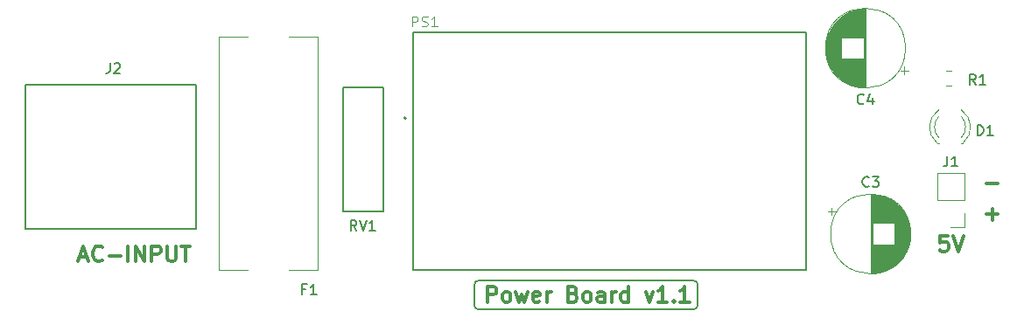
<source format=gbr>
G04 #@! TF.GenerationSoftware,KiCad,Pcbnew,(5.0.1)-3*
G04 #@! TF.CreationDate,2021-03-31T10:43:35+05:45*
G04 #@! TF.ProjectId,Power,506F7765722E6B696361645F70636200,rev?*
G04 #@! TF.SameCoordinates,Original*
G04 #@! TF.FileFunction,Legend,Top*
G04 #@! TF.FilePolarity,Positive*
%FSLAX46Y46*%
G04 Gerber Fmt 4.6, Leading zero omitted, Abs format (unit mm)*
G04 Created by KiCad (PCBNEW (5.0.1)-3) date 3/31/2021 10:43:35 AM*
%MOMM*%
%LPD*%
G01*
G04 APERTURE LIST*
%ADD10C,0.300000*%
%ADD11C,0.200000*%
%ADD12C,0.120000*%
%ADD13C,0.127000*%
%ADD14C,0.150000*%
%ADD15C,0.015000*%
G04 APERTURE END LIST*
D10*
X235714285Y-63178571D02*
X235000000Y-63178571D01*
X234928571Y-63892857D01*
X235000000Y-63821428D01*
X235142857Y-63750000D01*
X235500000Y-63750000D01*
X235642857Y-63821428D01*
X235714285Y-63892857D01*
X235785714Y-64035714D01*
X235785714Y-64392857D01*
X235714285Y-64535714D01*
X235642857Y-64607142D01*
X235500000Y-64678571D01*
X235142857Y-64678571D01*
X235000000Y-64607142D01*
X234928571Y-64535714D01*
X236214285Y-63178571D02*
X236714285Y-64678571D01*
X237214285Y-63178571D01*
X151714285Y-65250000D02*
X152428571Y-65250000D01*
X151571428Y-65678571D02*
X152071428Y-64178571D01*
X152571428Y-65678571D01*
X153928571Y-65535714D02*
X153857142Y-65607142D01*
X153642857Y-65678571D01*
X153500000Y-65678571D01*
X153285714Y-65607142D01*
X153142857Y-65464285D01*
X153071428Y-65321428D01*
X153000000Y-65035714D01*
X153000000Y-64821428D01*
X153071428Y-64535714D01*
X153142857Y-64392857D01*
X153285714Y-64250000D01*
X153500000Y-64178571D01*
X153642857Y-64178571D01*
X153857142Y-64250000D01*
X153928571Y-64321428D01*
X154571428Y-65107142D02*
X155714285Y-65107142D01*
X156428571Y-65678571D02*
X156428571Y-64178571D01*
X157142857Y-65678571D02*
X157142857Y-64178571D01*
X158000000Y-65678571D01*
X158000000Y-64178571D01*
X158714285Y-65678571D02*
X158714285Y-64178571D01*
X159285714Y-64178571D01*
X159428571Y-64250000D01*
X159500000Y-64321428D01*
X159571428Y-64464285D01*
X159571428Y-64678571D01*
X159500000Y-64821428D01*
X159428571Y-64892857D01*
X159285714Y-64964285D01*
X158714285Y-64964285D01*
X160214285Y-64178571D02*
X160214285Y-65392857D01*
X160285714Y-65535714D01*
X160357142Y-65607142D01*
X160500000Y-65678571D01*
X160785714Y-65678571D01*
X160928571Y-65607142D01*
X161000000Y-65535714D01*
X161071428Y-65392857D01*
X161071428Y-64178571D01*
X161571428Y-64178571D02*
X162428571Y-64178571D01*
X162000000Y-65678571D02*
X162000000Y-64178571D01*
X239428571Y-58107142D02*
X240571428Y-58107142D01*
D11*
X190320000Y-70320000D02*
G75*
G02X189920000Y-69920000I0J400000D01*
G01*
X189920000Y-67920000D02*
G75*
G02X190320000Y-67520000I400000J0D01*
G01*
X211120000Y-67520000D02*
G75*
G02X211520000Y-67920000I0J-400000D01*
G01*
X211520000Y-69920000D02*
G75*
G02X211120000Y-70320000I-400000J0D01*
G01*
X190320000Y-70320000D02*
X211120000Y-70320000D01*
X211520000Y-67920000D02*
X211520000Y-69920000D01*
X190320000Y-67520000D02*
X211120000Y-67520000D01*
X189920000Y-69920000D02*
X189920000Y-67920000D01*
D10*
X191205714Y-69598571D02*
X191205714Y-68098571D01*
X191777142Y-68098571D01*
X191920000Y-68170000D01*
X191991428Y-68241428D01*
X192062857Y-68384285D01*
X192062857Y-68598571D01*
X191991428Y-68741428D01*
X191920000Y-68812857D01*
X191777142Y-68884285D01*
X191205714Y-68884285D01*
X192920000Y-69598571D02*
X192777142Y-69527142D01*
X192705714Y-69455714D01*
X192634285Y-69312857D01*
X192634285Y-68884285D01*
X192705714Y-68741428D01*
X192777142Y-68670000D01*
X192920000Y-68598571D01*
X193134285Y-68598571D01*
X193277142Y-68670000D01*
X193348571Y-68741428D01*
X193420000Y-68884285D01*
X193420000Y-69312857D01*
X193348571Y-69455714D01*
X193277142Y-69527142D01*
X193134285Y-69598571D01*
X192920000Y-69598571D01*
X193920000Y-68598571D02*
X194205714Y-69598571D01*
X194491428Y-68884285D01*
X194777142Y-69598571D01*
X195062857Y-68598571D01*
X196205714Y-69527142D02*
X196062857Y-69598571D01*
X195777142Y-69598571D01*
X195634285Y-69527142D01*
X195562857Y-69384285D01*
X195562857Y-68812857D01*
X195634285Y-68670000D01*
X195777142Y-68598571D01*
X196062857Y-68598571D01*
X196205714Y-68670000D01*
X196277142Y-68812857D01*
X196277142Y-68955714D01*
X195562857Y-69098571D01*
X196920000Y-69598571D02*
X196920000Y-68598571D01*
X196920000Y-68884285D02*
X196991428Y-68741428D01*
X197062857Y-68670000D01*
X197205714Y-68598571D01*
X197348571Y-68598571D01*
X199491428Y-68812857D02*
X199705714Y-68884285D01*
X199777142Y-68955714D01*
X199848571Y-69098571D01*
X199848571Y-69312857D01*
X199777142Y-69455714D01*
X199705714Y-69527142D01*
X199562857Y-69598571D01*
X198991428Y-69598571D01*
X198991428Y-68098571D01*
X199491428Y-68098571D01*
X199634285Y-68170000D01*
X199705714Y-68241428D01*
X199777142Y-68384285D01*
X199777142Y-68527142D01*
X199705714Y-68670000D01*
X199634285Y-68741428D01*
X199491428Y-68812857D01*
X198991428Y-68812857D01*
X200705714Y-69598571D02*
X200562857Y-69527142D01*
X200491428Y-69455714D01*
X200420000Y-69312857D01*
X200420000Y-68884285D01*
X200491428Y-68741428D01*
X200562857Y-68670000D01*
X200705714Y-68598571D01*
X200920000Y-68598571D01*
X201062857Y-68670000D01*
X201134285Y-68741428D01*
X201205714Y-68884285D01*
X201205714Y-69312857D01*
X201134285Y-69455714D01*
X201062857Y-69527142D01*
X200920000Y-69598571D01*
X200705714Y-69598571D01*
X202491428Y-69598571D02*
X202491428Y-68812857D01*
X202420000Y-68670000D01*
X202277142Y-68598571D01*
X201991428Y-68598571D01*
X201848571Y-68670000D01*
X202491428Y-69527142D02*
X202348571Y-69598571D01*
X201991428Y-69598571D01*
X201848571Y-69527142D01*
X201777142Y-69384285D01*
X201777142Y-69241428D01*
X201848571Y-69098571D01*
X201991428Y-69027142D01*
X202348571Y-69027142D01*
X202491428Y-68955714D01*
X203205714Y-69598571D02*
X203205714Y-68598571D01*
X203205714Y-68884285D02*
X203277142Y-68741428D01*
X203348571Y-68670000D01*
X203491428Y-68598571D01*
X203634285Y-68598571D01*
X204777142Y-69598571D02*
X204777142Y-68098571D01*
X204777142Y-69527142D02*
X204634285Y-69598571D01*
X204348571Y-69598571D01*
X204205714Y-69527142D01*
X204134285Y-69455714D01*
X204062857Y-69312857D01*
X204062857Y-68884285D01*
X204134285Y-68741428D01*
X204205714Y-68670000D01*
X204348571Y-68598571D01*
X204634285Y-68598571D01*
X204777142Y-68670000D01*
X206491428Y-68598571D02*
X206848571Y-69598571D01*
X207205714Y-68598571D01*
X208562857Y-69598571D02*
X207705714Y-69598571D01*
X208134285Y-69598571D02*
X208134285Y-68098571D01*
X207991428Y-68312857D01*
X207848571Y-68455714D01*
X207705714Y-68527142D01*
X209205714Y-69455714D02*
X209277142Y-69527142D01*
X209205714Y-69598571D01*
X209134285Y-69527142D01*
X209205714Y-69455714D01*
X209205714Y-69598571D01*
X210705714Y-69598571D02*
X209848571Y-69598571D01*
X210277142Y-69598571D02*
X210277142Y-68098571D01*
X210134285Y-68312857D01*
X209991428Y-68455714D01*
X209848571Y-68527142D01*
X239428571Y-61107142D02*
X240571428Y-61107142D01*
X240000000Y-61678571D02*
X240000000Y-60535714D01*
D12*
G04 #@! TO.C,F1*
X174800000Y-43900000D02*
X172000000Y-43900000D01*
X168000000Y-43900000D02*
X165200000Y-43900000D01*
X168000000Y-66500000D02*
X165200000Y-66500000D01*
X165200000Y-66500000D02*
X165200000Y-43900000D01*
X174800000Y-66500000D02*
X174800000Y-43900000D01*
X174800000Y-66500000D02*
X172000000Y-66500000D01*
G04 #@! TO.C,R1*
X235581422Y-47220000D02*
X236098578Y-47220000D01*
X235581422Y-48640000D02*
X236098578Y-48640000D01*
G04 #@! TO.C,J1*
X237330000Y-57130000D02*
X234670000Y-57130000D01*
X237330000Y-59730000D02*
X237330000Y-57130000D01*
X234670000Y-59730000D02*
X234670000Y-57130000D01*
X237330000Y-59730000D02*
X234670000Y-59730000D01*
X237330000Y-61000000D02*
X237330000Y-62330000D01*
X237330000Y-62330000D02*
X236000000Y-62330000D01*
G04 #@! TO.C,D1*
X234851392Y-50977665D02*
G75*
G03X234694484Y-54210000I1078608J-1672335D01*
G01*
X237008608Y-50977665D02*
G75*
G02X237165516Y-54210000I-1078608J-1672335D01*
G01*
X234850163Y-51608870D02*
G75*
G03X234850000Y-53690961I1079837J-1041130D01*
G01*
X237009837Y-51608870D02*
G75*
G02X237010000Y-53690961I-1079837J-1041130D01*
G01*
X234694000Y-54210000D02*
X234850000Y-54210000D01*
X237010000Y-54210000D02*
X237166000Y-54210000D01*
D13*
G04 #@! TO.C,PS1*
X184000000Y-43500000D02*
X184000000Y-66500000D01*
X184000000Y-66500000D02*
X222000000Y-66500000D01*
X222000000Y-66500000D02*
X222000000Y-43500000D01*
X222000000Y-43500000D02*
X184000000Y-43500000D01*
D11*
X183300000Y-51800000D02*
G75*
G03X183300000Y-51800000I-100000J0D01*
G01*
D14*
G04 #@! TO.C,J2*
X146460000Y-62540000D02*
X146460000Y-48570000D01*
X146460000Y-48570000D02*
X162970000Y-48570000D01*
X162970000Y-48570000D02*
X162970000Y-62540000D01*
X162970000Y-62540000D02*
X146460000Y-62540000D01*
G04 #@! TO.C,RV1*
X181130000Y-60840000D02*
X181130000Y-48840000D01*
X177230000Y-60840000D02*
X177230000Y-48840000D01*
X177230000Y-48840000D02*
X181130000Y-48840000D01*
X177230000Y-60840000D02*
X181130000Y-60840000D01*
D12*
G04 #@! TO.C,C3*
X224482789Y-60450000D02*
X224482789Y-61200000D01*
X224107789Y-60825000D02*
X224857789Y-60825000D01*
X232091000Y-62559000D02*
X232091000Y-63441000D01*
X232051000Y-62307000D02*
X232051000Y-63693000D01*
X232011000Y-62123000D02*
X232011000Y-63877000D01*
X231971000Y-61972000D02*
X231971000Y-64028000D01*
X231931000Y-61842000D02*
X231931000Y-64158000D01*
X231891000Y-61725000D02*
X231891000Y-64275000D01*
X231851000Y-61619000D02*
X231851000Y-64381000D01*
X231811000Y-61522000D02*
X231811000Y-64478000D01*
X231771000Y-61431000D02*
X231771000Y-64569000D01*
X231731000Y-61346000D02*
X231731000Y-64654000D01*
X231691000Y-61267000D02*
X231691000Y-64733000D01*
X231651000Y-61191000D02*
X231651000Y-64809000D01*
X231611000Y-61119000D02*
X231611000Y-64881000D01*
X231571000Y-61051000D02*
X231571000Y-64949000D01*
X231531000Y-60986000D02*
X231531000Y-65014000D01*
X231491000Y-60923000D02*
X231491000Y-65077000D01*
X231451000Y-60863000D02*
X231451000Y-65137000D01*
X231411000Y-60805000D02*
X231411000Y-65195000D01*
X231371000Y-60750000D02*
X231371000Y-65250000D01*
X231331000Y-60696000D02*
X231331000Y-65304000D01*
X231291000Y-60645000D02*
X231291000Y-65355000D01*
X231251000Y-60595000D02*
X231251000Y-65405000D01*
X231211000Y-60546000D02*
X231211000Y-65454000D01*
X231171000Y-60500000D02*
X231171000Y-65500000D01*
X231131000Y-60454000D02*
X231131000Y-65546000D01*
X231091000Y-60411000D02*
X231091000Y-65589000D01*
X231051000Y-60368000D02*
X231051000Y-65632000D01*
X231011000Y-60327000D02*
X231011000Y-65673000D01*
X230971000Y-60287000D02*
X230971000Y-65713000D01*
X230931000Y-60248000D02*
X230931000Y-65752000D01*
X230891000Y-60210000D02*
X230891000Y-65790000D01*
X230851000Y-60173000D02*
X230851000Y-65827000D01*
X230811000Y-60137000D02*
X230811000Y-65863000D01*
X230771000Y-60102000D02*
X230771000Y-65898000D01*
X230731000Y-60069000D02*
X230731000Y-65931000D01*
X230691000Y-60036000D02*
X230691000Y-65964000D01*
X230651000Y-60004000D02*
X230651000Y-65996000D01*
X230611000Y-59972000D02*
X230611000Y-66028000D01*
X230571000Y-59942000D02*
X230571000Y-66058000D01*
X230531000Y-64040000D02*
X230531000Y-66088000D01*
X230531000Y-59912000D02*
X230531000Y-61960000D01*
X230491000Y-64040000D02*
X230491000Y-66116000D01*
X230491000Y-59884000D02*
X230491000Y-61960000D01*
X230451000Y-64040000D02*
X230451000Y-66144000D01*
X230451000Y-59856000D02*
X230451000Y-61960000D01*
X230411000Y-64040000D02*
X230411000Y-66172000D01*
X230411000Y-59828000D02*
X230411000Y-61960000D01*
X230371000Y-64040000D02*
X230371000Y-66198000D01*
X230371000Y-59802000D02*
X230371000Y-61960000D01*
X230331000Y-64040000D02*
X230331000Y-66224000D01*
X230331000Y-59776000D02*
X230331000Y-61960000D01*
X230291000Y-64040000D02*
X230291000Y-66249000D01*
X230291000Y-59751000D02*
X230291000Y-61960000D01*
X230251000Y-64040000D02*
X230251000Y-66274000D01*
X230251000Y-59726000D02*
X230251000Y-61960000D01*
X230211000Y-64040000D02*
X230211000Y-66297000D01*
X230211000Y-59703000D02*
X230211000Y-61960000D01*
X230171000Y-64040000D02*
X230171000Y-66321000D01*
X230171000Y-59679000D02*
X230171000Y-61960000D01*
X230131000Y-64040000D02*
X230131000Y-66343000D01*
X230131000Y-59657000D02*
X230131000Y-61960000D01*
X230091000Y-64040000D02*
X230091000Y-66365000D01*
X230091000Y-59635000D02*
X230091000Y-61960000D01*
X230051000Y-64040000D02*
X230051000Y-66386000D01*
X230051000Y-59614000D02*
X230051000Y-61960000D01*
X230011000Y-64040000D02*
X230011000Y-66407000D01*
X230011000Y-59593000D02*
X230011000Y-61960000D01*
X229971000Y-64040000D02*
X229971000Y-66427000D01*
X229971000Y-59573000D02*
X229971000Y-61960000D01*
X229931000Y-64040000D02*
X229931000Y-66447000D01*
X229931000Y-59553000D02*
X229931000Y-61960000D01*
X229891000Y-64040000D02*
X229891000Y-66466000D01*
X229891000Y-59534000D02*
X229891000Y-61960000D01*
X229851000Y-64040000D02*
X229851000Y-66484000D01*
X229851000Y-59516000D02*
X229851000Y-61960000D01*
X229811000Y-64040000D02*
X229811000Y-66502000D01*
X229811000Y-59498000D02*
X229811000Y-61960000D01*
X229771000Y-64040000D02*
X229771000Y-66520000D01*
X229771000Y-59480000D02*
X229771000Y-61960000D01*
X229731000Y-64040000D02*
X229731000Y-66536000D01*
X229731000Y-59464000D02*
X229731000Y-61960000D01*
X229691000Y-64040000D02*
X229691000Y-66553000D01*
X229691000Y-59447000D02*
X229691000Y-61960000D01*
X229651000Y-64040000D02*
X229651000Y-66568000D01*
X229651000Y-59432000D02*
X229651000Y-61960000D01*
X229611000Y-64040000D02*
X229611000Y-66584000D01*
X229611000Y-59416000D02*
X229611000Y-61960000D01*
X229571000Y-64040000D02*
X229571000Y-66598000D01*
X229571000Y-59402000D02*
X229571000Y-61960000D01*
X229531000Y-64040000D02*
X229531000Y-66613000D01*
X229531000Y-59387000D02*
X229531000Y-61960000D01*
X229491000Y-64040000D02*
X229491000Y-66626000D01*
X229491000Y-59374000D02*
X229491000Y-61960000D01*
X229451000Y-64040000D02*
X229451000Y-66640000D01*
X229451000Y-59360000D02*
X229451000Y-61960000D01*
X229411000Y-64040000D02*
X229411000Y-66653000D01*
X229411000Y-59347000D02*
X229411000Y-61960000D01*
X229371000Y-64040000D02*
X229371000Y-66665000D01*
X229371000Y-59335000D02*
X229371000Y-61960000D01*
X229331000Y-64040000D02*
X229331000Y-66677000D01*
X229331000Y-59323000D02*
X229331000Y-61960000D01*
X229291000Y-64040000D02*
X229291000Y-66688000D01*
X229291000Y-59312000D02*
X229291000Y-61960000D01*
X229251000Y-64040000D02*
X229251000Y-66699000D01*
X229251000Y-59301000D02*
X229251000Y-61960000D01*
X229211000Y-64040000D02*
X229211000Y-66710000D01*
X229211000Y-59290000D02*
X229211000Y-61960000D01*
X229171000Y-64040000D02*
X229171000Y-66720000D01*
X229171000Y-59280000D02*
X229171000Y-61960000D01*
X229131000Y-64040000D02*
X229131000Y-66729000D01*
X229131000Y-59271000D02*
X229131000Y-61960000D01*
X229091000Y-64040000D02*
X229091000Y-66738000D01*
X229091000Y-59262000D02*
X229091000Y-61960000D01*
X229051000Y-64040000D02*
X229051000Y-66747000D01*
X229051000Y-59253000D02*
X229051000Y-61960000D01*
X229011000Y-64040000D02*
X229011000Y-66755000D01*
X229011000Y-59245000D02*
X229011000Y-61960000D01*
X228971000Y-64040000D02*
X228971000Y-66763000D01*
X228971000Y-59237000D02*
X228971000Y-61960000D01*
X228930000Y-64040000D02*
X228930000Y-66770000D01*
X228930000Y-59230000D02*
X228930000Y-61960000D01*
X228890000Y-64040000D02*
X228890000Y-66777000D01*
X228890000Y-59223000D02*
X228890000Y-61960000D01*
X228850000Y-64040000D02*
X228850000Y-66784000D01*
X228850000Y-59216000D02*
X228850000Y-61960000D01*
X228810000Y-64040000D02*
X228810000Y-66790000D01*
X228810000Y-59210000D02*
X228810000Y-61960000D01*
X228770000Y-64040000D02*
X228770000Y-66795000D01*
X228770000Y-59205000D02*
X228770000Y-61960000D01*
X228730000Y-64040000D02*
X228730000Y-66801000D01*
X228730000Y-59199000D02*
X228730000Y-61960000D01*
X228690000Y-64040000D02*
X228690000Y-66805000D01*
X228690000Y-59195000D02*
X228690000Y-61960000D01*
X228650000Y-64040000D02*
X228650000Y-66810000D01*
X228650000Y-59190000D02*
X228650000Y-61960000D01*
X228610000Y-64040000D02*
X228610000Y-66814000D01*
X228610000Y-59186000D02*
X228610000Y-61960000D01*
X228570000Y-64040000D02*
X228570000Y-66817000D01*
X228570000Y-59183000D02*
X228570000Y-61960000D01*
X228530000Y-64040000D02*
X228530000Y-66820000D01*
X228530000Y-59180000D02*
X228530000Y-61960000D01*
X228490000Y-64040000D02*
X228490000Y-66823000D01*
X228490000Y-59177000D02*
X228490000Y-61960000D01*
X228450000Y-59175000D02*
X228450000Y-66825000D01*
X228410000Y-59173000D02*
X228410000Y-66827000D01*
X228370000Y-59171000D02*
X228370000Y-66829000D01*
X228330000Y-59170000D02*
X228330000Y-66830000D01*
X228290000Y-59170000D02*
X228290000Y-66830000D01*
X228250000Y-59170000D02*
X228250000Y-66830000D01*
X232120000Y-63000000D02*
G75*
G03X232120000Y-63000000I-3870000J0D01*
G01*
G04 #@! TO.C,C4*
X231620000Y-45000000D02*
G75*
G03X231620000Y-45000000I-3870000J0D01*
G01*
X227750000Y-48830000D02*
X227750000Y-41170000D01*
X227710000Y-48830000D02*
X227710000Y-41170000D01*
X227670000Y-48830000D02*
X227670000Y-41170000D01*
X227630000Y-48829000D02*
X227630000Y-41171000D01*
X227590000Y-48827000D02*
X227590000Y-41173000D01*
X227550000Y-48825000D02*
X227550000Y-41175000D01*
X227510000Y-48823000D02*
X227510000Y-46040000D01*
X227510000Y-43960000D02*
X227510000Y-41177000D01*
X227470000Y-48820000D02*
X227470000Y-46040000D01*
X227470000Y-43960000D02*
X227470000Y-41180000D01*
X227430000Y-48817000D02*
X227430000Y-46040000D01*
X227430000Y-43960000D02*
X227430000Y-41183000D01*
X227390000Y-48814000D02*
X227390000Y-46040000D01*
X227390000Y-43960000D02*
X227390000Y-41186000D01*
X227350000Y-48810000D02*
X227350000Y-46040000D01*
X227350000Y-43960000D02*
X227350000Y-41190000D01*
X227310000Y-48805000D02*
X227310000Y-46040000D01*
X227310000Y-43960000D02*
X227310000Y-41195000D01*
X227270000Y-48801000D02*
X227270000Y-46040000D01*
X227270000Y-43960000D02*
X227270000Y-41199000D01*
X227230000Y-48795000D02*
X227230000Y-46040000D01*
X227230000Y-43960000D02*
X227230000Y-41205000D01*
X227190000Y-48790000D02*
X227190000Y-46040000D01*
X227190000Y-43960000D02*
X227190000Y-41210000D01*
X227150000Y-48784000D02*
X227150000Y-46040000D01*
X227150000Y-43960000D02*
X227150000Y-41216000D01*
X227110000Y-48777000D02*
X227110000Y-46040000D01*
X227110000Y-43960000D02*
X227110000Y-41223000D01*
X227070000Y-48770000D02*
X227070000Y-46040000D01*
X227070000Y-43960000D02*
X227070000Y-41230000D01*
X227029000Y-48763000D02*
X227029000Y-46040000D01*
X227029000Y-43960000D02*
X227029000Y-41237000D01*
X226989000Y-48755000D02*
X226989000Y-46040000D01*
X226989000Y-43960000D02*
X226989000Y-41245000D01*
X226949000Y-48747000D02*
X226949000Y-46040000D01*
X226949000Y-43960000D02*
X226949000Y-41253000D01*
X226909000Y-48738000D02*
X226909000Y-46040000D01*
X226909000Y-43960000D02*
X226909000Y-41262000D01*
X226869000Y-48729000D02*
X226869000Y-46040000D01*
X226869000Y-43960000D02*
X226869000Y-41271000D01*
X226829000Y-48720000D02*
X226829000Y-46040000D01*
X226829000Y-43960000D02*
X226829000Y-41280000D01*
X226789000Y-48710000D02*
X226789000Y-46040000D01*
X226789000Y-43960000D02*
X226789000Y-41290000D01*
X226749000Y-48699000D02*
X226749000Y-46040000D01*
X226749000Y-43960000D02*
X226749000Y-41301000D01*
X226709000Y-48688000D02*
X226709000Y-46040000D01*
X226709000Y-43960000D02*
X226709000Y-41312000D01*
X226669000Y-48677000D02*
X226669000Y-46040000D01*
X226669000Y-43960000D02*
X226669000Y-41323000D01*
X226629000Y-48665000D02*
X226629000Y-46040000D01*
X226629000Y-43960000D02*
X226629000Y-41335000D01*
X226589000Y-48653000D02*
X226589000Y-46040000D01*
X226589000Y-43960000D02*
X226589000Y-41347000D01*
X226549000Y-48640000D02*
X226549000Y-46040000D01*
X226549000Y-43960000D02*
X226549000Y-41360000D01*
X226509000Y-48626000D02*
X226509000Y-46040000D01*
X226509000Y-43960000D02*
X226509000Y-41374000D01*
X226469000Y-48613000D02*
X226469000Y-46040000D01*
X226469000Y-43960000D02*
X226469000Y-41387000D01*
X226429000Y-48598000D02*
X226429000Y-46040000D01*
X226429000Y-43960000D02*
X226429000Y-41402000D01*
X226389000Y-48584000D02*
X226389000Y-46040000D01*
X226389000Y-43960000D02*
X226389000Y-41416000D01*
X226349000Y-48568000D02*
X226349000Y-46040000D01*
X226349000Y-43960000D02*
X226349000Y-41432000D01*
X226309000Y-48553000D02*
X226309000Y-46040000D01*
X226309000Y-43960000D02*
X226309000Y-41447000D01*
X226269000Y-48536000D02*
X226269000Y-46040000D01*
X226269000Y-43960000D02*
X226269000Y-41464000D01*
X226229000Y-48520000D02*
X226229000Y-46040000D01*
X226229000Y-43960000D02*
X226229000Y-41480000D01*
X226189000Y-48502000D02*
X226189000Y-46040000D01*
X226189000Y-43960000D02*
X226189000Y-41498000D01*
X226149000Y-48484000D02*
X226149000Y-46040000D01*
X226149000Y-43960000D02*
X226149000Y-41516000D01*
X226109000Y-48466000D02*
X226109000Y-46040000D01*
X226109000Y-43960000D02*
X226109000Y-41534000D01*
X226069000Y-48447000D02*
X226069000Y-46040000D01*
X226069000Y-43960000D02*
X226069000Y-41553000D01*
X226029000Y-48427000D02*
X226029000Y-46040000D01*
X226029000Y-43960000D02*
X226029000Y-41573000D01*
X225989000Y-48407000D02*
X225989000Y-46040000D01*
X225989000Y-43960000D02*
X225989000Y-41593000D01*
X225949000Y-48386000D02*
X225949000Y-46040000D01*
X225949000Y-43960000D02*
X225949000Y-41614000D01*
X225909000Y-48365000D02*
X225909000Y-46040000D01*
X225909000Y-43960000D02*
X225909000Y-41635000D01*
X225869000Y-48343000D02*
X225869000Y-46040000D01*
X225869000Y-43960000D02*
X225869000Y-41657000D01*
X225829000Y-48321000D02*
X225829000Y-46040000D01*
X225829000Y-43960000D02*
X225829000Y-41679000D01*
X225789000Y-48297000D02*
X225789000Y-46040000D01*
X225789000Y-43960000D02*
X225789000Y-41703000D01*
X225749000Y-48274000D02*
X225749000Y-46040000D01*
X225749000Y-43960000D02*
X225749000Y-41726000D01*
X225709000Y-48249000D02*
X225709000Y-46040000D01*
X225709000Y-43960000D02*
X225709000Y-41751000D01*
X225669000Y-48224000D02*
X225669000Y-46040000D01*
X225669000Y-43960000D02*
X225669000Y-41776000D01*
X225629000Y-48198000D02*
X225629000Y-46040000D01*
X225629000Y-43960000D02*
X225629000Y-41802000D01*
X225589000Y-48172000D02*
X225589000Y-46040000D01*
X225589000Y-43960000D02*
X225589000Y-41828000D01*
X225549000Y-48144000D02*
X225549000Y-46040000D01*
X225549000Y-43960000D02*
X225549000Y-41856000D01*
X225509000Y-48116000D02*
X225509000Y-46040000D01*
X225509000Y-43960000D02*
X225509000Y-41884000D01*
X225469000Y-48088000D02*
X225469000Y-46040000D01*
X225469000Y-43960000D02*
X225469000Y-41912000D01*
X225429000Y-48058000D02*
X225429000Y-41942000D01*
X225389000Y-48028000D02*
X225389000Y-41972000D01*
X225349000Y-47996000D02*
X225349000Y-42004000D01*
X225309000Y-47964000D02*
X225309000Y-42036000D01*
X225269000Y-47931000D02*
X225269000Y-42069000D01*
X225229000Y-47898000D02*
X225229000Y-42102000D01*
X225189000Y-47863000D02*
X225189000Y-42137000D01*
X225149000Y-47827000D02*
X225149000Y-42173000D01*
X225109000Y-47790000D02*
X225109000Y-42210000D01*
X225069000Y-47752000D02*
X225069000Y-42248000D01*
X225029000Y-47713000D02*
X225029000Y-42287000D01*
X224989000Y-47673000D02*
X224989000Y-42327000D01*
X224949000Y-47632000D02*
X224949000Y-42368000D01*
X224909000Y-47589000D02*
X224909000Y-42411000D01*
X224869000Y-47546000D02*
X224869000Y-42454000D01*
X224829000Y-47500000D02*
X224829000Y-42500000D01*
X224789000Y-47454000D02*
X224789000Y-42546000D01*
X224749000Y-47405000D02*
X224749000Y-42595000D01*
X224709000Y-47355000D02*
X224709000Y-42645000D01*
X224669000Y-47304000D02*
X224669000Y-42696000D01*
X224629000Y-47250000D02*
X224629000Y-42750000D01*
X224589000Y-47195000D02*
X224589000Y-42805000D01*
X224549000Y-47137000D02*
X224549000Y-42863000D01*
X224509000Y-47077000D02*
X224509000Y-42923000D01*
X224469000Y-47014000D02*
X224469000Y-42986000D01*
X224429000Y-46949000D02*
X224429000Y-43051000D01*
X224389000Y-46881000D02*
X224389000Y-43119000D01*
X224349000Y-46809000D02*
X224349000Y-43191000D01*
X224309000Y-46733000D02*
X224309000Y-43267000D01*
X224269000Y-46654000D02*
X224269000Y-43346000D01*
X224229000Y-46569000D02*
X224229000Y-43431000D01*
X224189000Y-46478000D02*
X224189000Y-43522000D01*
X224149000Y-46381000D02*
X224149000Y-43619000D01*
X224109000Y-46275000D02*
X224109000Y-43725000D01*
X224069000Y-46158000D02*
X224069000Y-43842000D01*
X224029000Y-46028000D02*
X224029000Y-43972000D01*
X223989000Y-45877000D02*
X223989000Y-44123000D01*
X223949000Y-45693000D02*
X223949000Y-44307000D01*
X223909000Y-45441000D02*
X223909000Y-44559000D01*
X231892211Y-47175000D02*
X231142211Y-47175000D01*
X231517211Y-47550000D02*
X231517211Y-46800000D01*
G04 #@! TO.C,F1*
D14*
X173596666Y-68358571D02*
X173263333Y-68358571D01*
X173263333Y-68882380D02*
X173263333Y-67882380D01*
X173739523Y-67882380D01*
X174644285Y-68882380D02*
X174072857Y-68882380D01*
X174358571Y-68882380D02*
X174358571Y-67882380D01*
X174263333Y-68025238D01*
X174168095Y-68120476D01*
X174072857Y-68168095D01*
G04 #@! TO.C,R1*
X238403333Y-48532380D02*
X238070000Y-48056190D01*
X237831904Y-48532380D02*
X237831904Y-47532380D01*
X238212857Y-47532380D01*
X238308095Y-47580000D01*
X238355714Y-47627619D01*
X238403333Y-47722857D01*
X238403333Y-47865714D01*
X238355714Y-47960952D01*
X238308095Y-48008571D01*
X238212857Y-48056190D01*
X237831904Y-48056190D01*
X239355714Y-48532380D02*
X238784285Y-48532380D01*
X239070000Y-48532380D02*
X239070000Y-47532380D01*
X238974761Y-47675238D01*
X238879523Y-47770476D01*
X238784285Y-47818095D01*
G04 #@! TO.C,J1*
X235666666Y-55452380D02*
X235666666Y-56166666D01*
X235619047Y-56309523D01*
X235523809Y-56404761D01*
X235380952Y-56452380D01*
X235285714Y-56452380D01*
X236666666Y-56452380D02*
X236095238Y-56452380D01*
X236380952Y-56452380D02*
X236380952Y-55452380D01*
X236285714Y-55595238D01*
X236190476Y-55690476D01*
X236095238Y-55738095D01*
G04 #@! TO.C,D1*
X238581904Y-53452380D02*
X238581904Y-52452380D01*
X238820000Y-52452380D01*
X238962857Y-52500000D01*
X239058095Y-52595238D01*
X239105714Y-52690476D01*
X239153333Y-52880952D01*
X239153333Y-53023809D01*
X239105714Y-53214285D01*
X239058095Y-53309523D01*
X238962857Y-53404761D01*
X238820000Y-53452380D01*
X238581904Y-53452380D01*
X240105714Y-53452380D02*
X239534285Y-53452380D01*
X239820000Y-53452380D02*
X239820000Y-52452380D01*
X239724761Y-52595238D01*
X239629523Y-52690476D01*
X239534285Y-52738095D01*
G04 #@! TO.C,PS1*
D15*
X183865714Y-42912380D02*
X183865714Y-41912380D01*
X184246666Y-41912380D01*
X184341904Y-41960000D01*
X184389523Y-42007619D01*
X184437142Y-42102857D01*
X184437142Y-42245714D01*
X184389523Y-42340952D01*
X184341904Y-42388571D01*
X184246666Y-42436190D01*
X183865714Y-42436190D01*
X184818095Y-42864761D02*
X184960952Y-42912380D01*
X185199047Y-42912380D01*
X185294285Y-42864761D01*
X185341904Y-42817142D01*
X185389523Y-42721904D01*
X185389523Y-42626666D01*
X185341904Y-42531428D01*
X185294285Y-42483809D01*
X185199047Y-42436190D01*
X185008571Y-42388571D01*
X184913333Y-42340952D01*
X184865714Y-42293333D01*
X184818095Y-42198095D01*
X184818095Y-42102857D01*
X184865714Y-42007619D01*
X184913333Y-41960000D01*
X185008571Y-41912380D01*
X185246666Y-41912380D01*
X185389523Y-41960000D01*
X186341904Y-42912380D02*
X185770476Y-42912380D01*
X186056190Y-42912380D02*
X186056190Y-41912380D01*
X185960952Y-42055238D01*
X185865714Y-42150476D01*
X185770476Y-42198095D01*
G04 #@! TO.C,J2*
D14*
X154666666Y-46452380D02*
X154666666Y-47166666D01*
X154619047Y-47309523D01*
X154523809Y-47404761D01*
X154380952Y-47452380D01*
X154285714Y-47452380D01*
X155095238Y-46547619D02*
X155142857Y-46500000D01*
X155238095Y-46452380D01*
X155476190Y-46452380D01*
X155571428Y-46500000D01*
X155619047Y-46547619D01*
X155666666Y-46642857D01*
X155666666Y-46738095D01*
X155619047Y-46880952D01*
X155047619Y-47452380D01*
X155666666Y-47452380D01*
G04 #@! TO.C,RV1*
X178524761Y-62672380D02*
X178191428Y-62196190D01*
X177953333Y-62672380D02*
X177953333Y-61672380D01*
X178334285Y-61672380D01*
X178429523Y-61720000D01*
X178477142Y-61767619D01*
X178524761Y-61862857D01*
X178524761Y-62005714D01*
X178477142Y-62100952D01*
X178429523Y-62148571D01*
X178334285Y-62196190D01*
X177953333Y-62196190D01*
X178810476Y-61672380D02*
X179143809Y-62672380D01*
X179477142Y-61672380D01*
X180334285Y-62672380D02*
X179762857Y-62672380D01*
X180048571Y-62672380D02*
X180048571Y-61672380D01*
X179953333Y-61815238D01*
X179858095Y-61910476D01*
X179762857Y-61958095D01*
G04 #@! TO.C,C3*
X228083333Y-58357142D02*
X228035714Y-58404761D01*
X227892857Y-58452380D01*
X227797619Y-58452380D01*
X227654761Y-58404761D01*
X227559523Y-58309523D01*
X227511904Y-58214285D01*
X227464285Y-58023809D01*
X227464285Y-57880952D01*
X227511904Y-57690476D01*
X227559523Y-57595238D01*
X227654761Y-57500000D01*
X227797619Y-57452380D01*
X227892857Y-57452380D01*
X228035714Y-57500000D01*
X228083333Y-57547619D01*
X228416666Y-57452380D02*
X229035714Y-57452380D01*
X228702380Y-57833333D01*
X228845238Y-57833333D01*
X228940476Y-57880952D01*
X228988095Y-57928571D01*
X229035714Y-58023809D01*
X229035714Y-58261904D01*
X228988095Y-58357142D01*
X228940476Y-58404761D01*
X228845238Y-58452380D01*
X228559523Y-58452380D01*
X228464285Y-58404761D01*
X228416666Y-58357142D01*
G04 #@! TO.C,C4*
X227583333Y-50357142D02*
X227535714Y-50404761D01*
X227392857Y-50452380D01*
X227297619Y-50452380D01*
X227154761Y-50404761D01*
X227059523Y-50309523D01*
X227011904Y-50214285D01*
X226964285Y-50023809D01*
X226964285Y-49880952D01*
X227011904Y-49690476D01*
X227059523Y-49595238D01*
X227154761Y-49500000D01*
X227297619Y-49452380D01*
X227392857Y-49452380D01*
X227535714Y-49500000D01*
X227583333Y-49547619D01*
X228440476Y-49785714D02*
X228440476Y-50452380D01*
X228202380Y-49404761D02*
X227964285Y-50119047D01*
X228583333Y-50119047D01*
G04 #@! TD*
M02*

</source>
